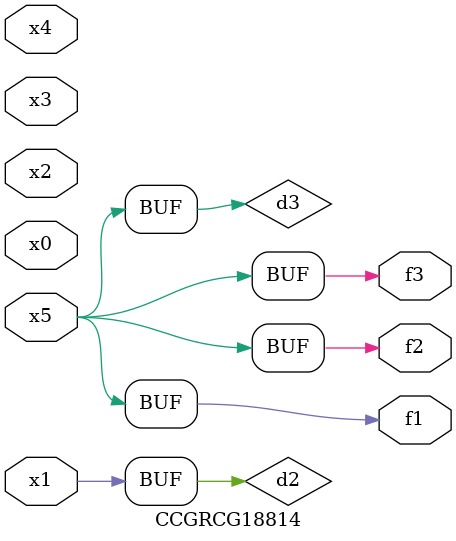
<source format=v>
module CCGRCG18814(
	input x0, x1, x2, x3, x4, x5,
	output f1, f2, f3
);

	wire d1, d2, d3;

	not (d1, x5);
	or (d2, x1);
	xnor (d3, d1);
	assign f1 = d3;
	assign f2 = d3;
	assign f3 = d3;
endmodule

</source>
